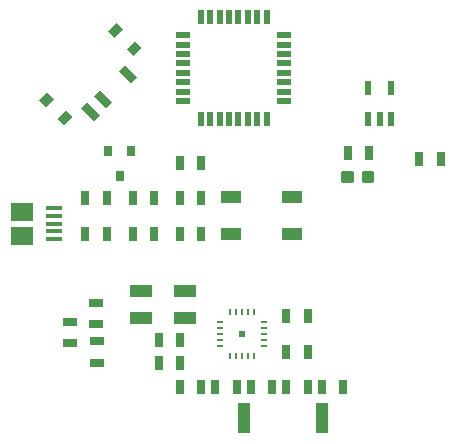
<source format=gtp>
G75*
%MOIN*%
%OFA0B0*%
%FSLAX25Y25*%
%IPPOS*%
%LPD*%
%AMOC8*
5,1,8,0,0,1.08239X$1,22.5*
%
%ADD10R,0.05000X0.02200*%
%ADD11R,0.02200X0.05000*%
%ADD12R,0.03150X0.03543*%
%ADD13R,0.06500X0.03937*%
%ADD14R,0.03150X0.04724*%
%ADD15R,0.04724X0.03150*%
%ADD16R,0.02165X0.04724*%
%ADD17R,0.05315X0.01575*%
%ADD18R,0.07480X0.05906*%
%ADD19R,0.04000X0.10000*%
%ADD20R,0.01969X0.01969*%
%ADD21R,0.00800X0.01900*%
%ADD22R,0.01900X0.00800*%
%ADD23R,0.03937X0.03150*%
%ADD24R,0.02756X0.05906*%
%ADD25R,0.07480X0.04331*%
%ADD26C,0.01181*%
D10*
X0065608Y0121448D03*
X0065608Y0124597D03*
X0065608Y0127747D03*
X0065608Y0130897D03*
X0065608Y0134046D03*
X0065608Y0137196D03*
X0065608Y0140345D03*
X0065608Y0143495D03*
X0099408Y0143495D03*
X0099408Y0140345D03*
X0099408Y0137196D03*
X0099408Y0134046D03*
X0099408Y0130897D03*
X0099408Y0127747D03*
X0099408Y0124597D03*
X0099408Y0121448D03*
D11*
X0093532Y0115571D03*
X0090382Y0115571D03*
X0087233Y0115571D03*
X0084083Y0115571D03*
X0080933Y0115571D03*
X0077784Y0115571D03*
X0074634Y0115571D03*
X0071485Y0115571D03*
X0071485Y0149371D03*
X0074634Y0149371D03*
X0077784Y0149371D03*
X0080933Y0149371D03*
X0084083Y0149371D03*
X0087233Y0149371D03*
X0090382Y0149371D03*
X0093532Y0149371D03*
D12*
X0048244Y0104840D03*
X0040764Y0104840D03*
X0044504Y0096573D03*
D13*
X0081685Y0089651D03*
X0081685Y0077053D03*
X0101976Y0077053D03*
X0101976Y0089651D03*
D14*
X0120534Y0104199D03*
X0127621Y0104199D03*
X0144359Y0102054D03*
X0151446Y0102054D03*
X0107102Y0049722D03*
X0100016Y0049722D03*
X0100016Y0037911D03*
X0107102Y0037911D03*
X0107102Y0026100D03*
X0111827Y0026100D03*
X0118913Y0026100D03*
X0100016Y0026100D03*
X0095291Y0026100D03*
X0088205Y0026100D03*
X0083480Y0026100D03*
X0076394Y0026100D03*
X0071669Y0026100D03*
X0064583Y0026100D03*
X0064579Y0034026D03*
X0057493Y0034026D03*
X0057484Y0041770D03*
X0064570Y0041770D03*
X0064583Y0077281D03*
X0071669Y0077281D03*
X0071669Y0089092D03*
X0064583Y0089092D03*
X0055921Y0089092D03*
X0048835Y0089092D03*
X0040173Y0089092D03*
X0033087Y0089092D03*
X0033087Y0077281D03*
X0040173Y0077281D03*
X0048835Y0077281D03*
X0055921Y0077281D03*
X0064583Y0100903D03*
X0071669Y0100903D03*
D15*
X0036836Y0034275D03*
X0036836Y0041361D03*
X0036733Y0047146D03*
X0036733Y0054233D03*
X0027998Y0047852D03*
X0027998Y0040765D03*
D16*
X0127378Y0115470D03*
X0131118Y0115470D03*
X0134858Y0115470D03*
X0134858Y0125707D03*
X0127378Y0125707D03*
D17*
X0022591Y0085722D03*
X0022591Y0083162D03*
X0022591Y0080603D03*
X0022591Y0078044D03*
X0022591Y0075485D03*
D18*
X0011961Y0076666D03*
X0011961Y0084540D03*
D19*
X0085839Y0015713D03*
X0111839Y0015713D03*
D20*
X0085316Y0043964D03*
D21*
X0085316Y0036664D03*
X0083366Y0036664D03*
X0081366Y0036664D03*
X0087266Y0036664D03*
X0089266Y0036664D03*
X0089266Y0051264D03*
X0087266Y0051264D03*
X0085316Y0051264D03*
X0083366Y0051264D03*
X0081366Y0051264D03*
D22*
X0078016Y0047914D03*
X0078016Y0045914D03*
X0078016Y0043964D03*
X0078016Y0042014D03*
X0078016Y0040014D03*
X0092616Y0040014D03*
X0092616Y0042014D03*
X0092616Y0043964D03*
X0092616Y0045914D03*
X0092616Y0047914D03*
D23*
G36*
X0023726Y0115603D02*
X0026508Y0118385D01*
X0028736Y0116157D01*
X0025954Y0113375D01*
X0023726Y0115603D01*
G37*
G36*
X0017602Y0121728D02*
X0020384Y0124510D01*
X0022612Y0122282D01*
X0019830Y0119500D01*
X0017602Y0121728D01*
G37*
G36*
X0040708Y0144834D02*
X0043490Y0147616D01*
X0045718Y0145388D01*
X0042936Y0142606D01*
X0040708Y0144834D01*
G37*
G36*
X0046833Y0138709D02*
X0049615Y0141491D01*
X0051843Y0139263D01*
X0049061Y0136481D01*
X0046833Y0138709D01*
G37*
D24*
G36*
X0044188Y0131608D02*
X0046137Y0133557D01*
X0050312Y0129382D01*
X0048363Y0127433D01*
X0044188Y0131608D01*
G37*
G36*
X0035836Y0123257D02*
X0037785Y0125206D01*
X0041960Y0121031D01*
X0040011Y0119082D01*
X0035836Y0123257D01*
G37*
G36*
X0031660Y0119081D02*
X0033609Y0121030D01*
X0037784Y0116855D01*
X0035835Y0114906D01*
X0031660Y0119081D01*
G37*
D25*
X0051735Y0058247D03*
X0051735Y0049192D03*
X0066302Y0049192D03*
X0066302Y0058247D03*
D26*
X0121793Y0094785D02*
X0121793Y0097541D01*
X0121793Y0094785D02*
X0119037Y0094785D01*
X0119037Y0097541D01*
X0121793Y0097541D01*
X0121793Y0095965D02*
X0119037Y0095965D01*
X0119037Y0097145D02*
X0121793Y0097145D01*
X0128699Y0097541D02*
X0128699Y0094785D01*
X0125943Y0094785D01*
X0125943Y0097541D01*
X0128699Y0097541D01*
X0128699Y0095965D02*
X0125943Y0095965D01*
X0125943Y0097145D02*
X0128699Y0097145D01*
M02*

</source>
